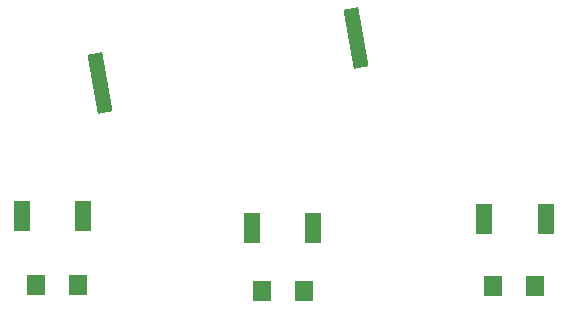
<source format=gbp>
%TF.GenerationSoftware,KiCad,Pcbnew,(6.0.4-0)*%
%TF.CreationDate,2022-07-01T13:05:59-04:00*%
%TF.ProjectId,sr-71,73722d37-312e-46b6-9963-61645f706362,rev?*%
%TF.SameCoordinates,Original*%
%TF.FileFunction,Paste,Bot*%
%TF.FilePolarity,Positive*%
%FSLAX46Y46*%
G04 Gerber Fmt 4.6, Leading zero omitted, Abs format (unit mm)*
G04 Created by KiCad (PCBNEW (6.0.4-0)) date 2022-07-01 13:05:59*
%MOMM*%
%LPD*%
G01*
G04 APERTURE LIST*
G04 Aperture macros list*
%AMRotRect*
0 Rectangle, with rotation*
0 The origin of the aperture is its center*
0 $1 length*
0 $2 width*
0 $3 Rotation angle, in degrees counterclockwise*
0 Add horizontal line*
21,1,$1,$2,0,0,$3*%
G04 Aperture macros list end*
%ADD10R,1.400000X2.600000*%
%ADD11R,1.500000X1.800000*%
%ADD12RotRect,1.270000X5.080000X10.000000*%
G04 APERTURE END LIST*
D10*
X132081062Y-105706146D03*
X137281062Y-105706146D03*
X151542405Y-106710104D03*
X156742405Y-106710104D03*
X171235431Y-106015056D03*
X176435431Y-106015056D03*
D11*
X133280077Y-111575440D03*
X136880077Y-111575440D03*
X152408744Y-112077419D03*
X156008744Y-112077419D03*
X175547314Y-111614054D03*
X171947314Y-111614054D03*
D12*
X138724387Y-94439725D03*
X160360613Y-90624675D03*
M02*

</source>
